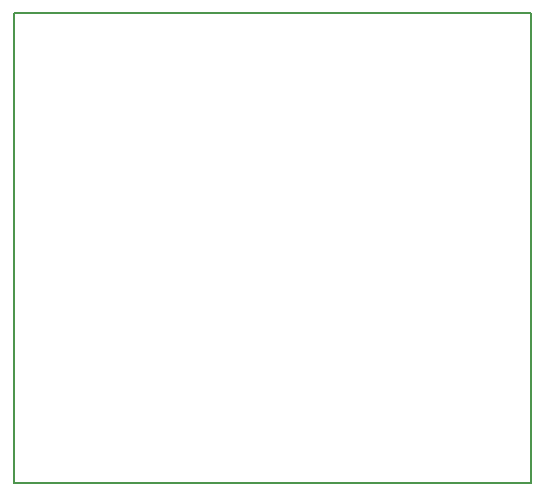
<source format=gm1>
G04 MADE WITH FRITZING*
G04 WWW.FRITZING.ORG*
G04 DOUBLE SIDED*
G04 HOLES PLATED*
G04 CONTOUR ON CENTER OF CONTOUR VECTOR*
%ASAXBY*%
%FSLAX23Y23*%
%MOIN*%
%OFA0B0*%
%SFA1.0B1.0*%
%ADD10R,1.732280X1.574800*%
%ADD11C,0.008000*%
%ADD10C,0.008*%
%LNCONTOUR*%
G90*
G70*
G54D10*
G54D11*
X4Y1571D02*
X1728Y1571D01*
X1728Y4D01*
X4Y4D01*
X4Y1571D01*
D02*
G04 End of contour*
M02*
</source>
